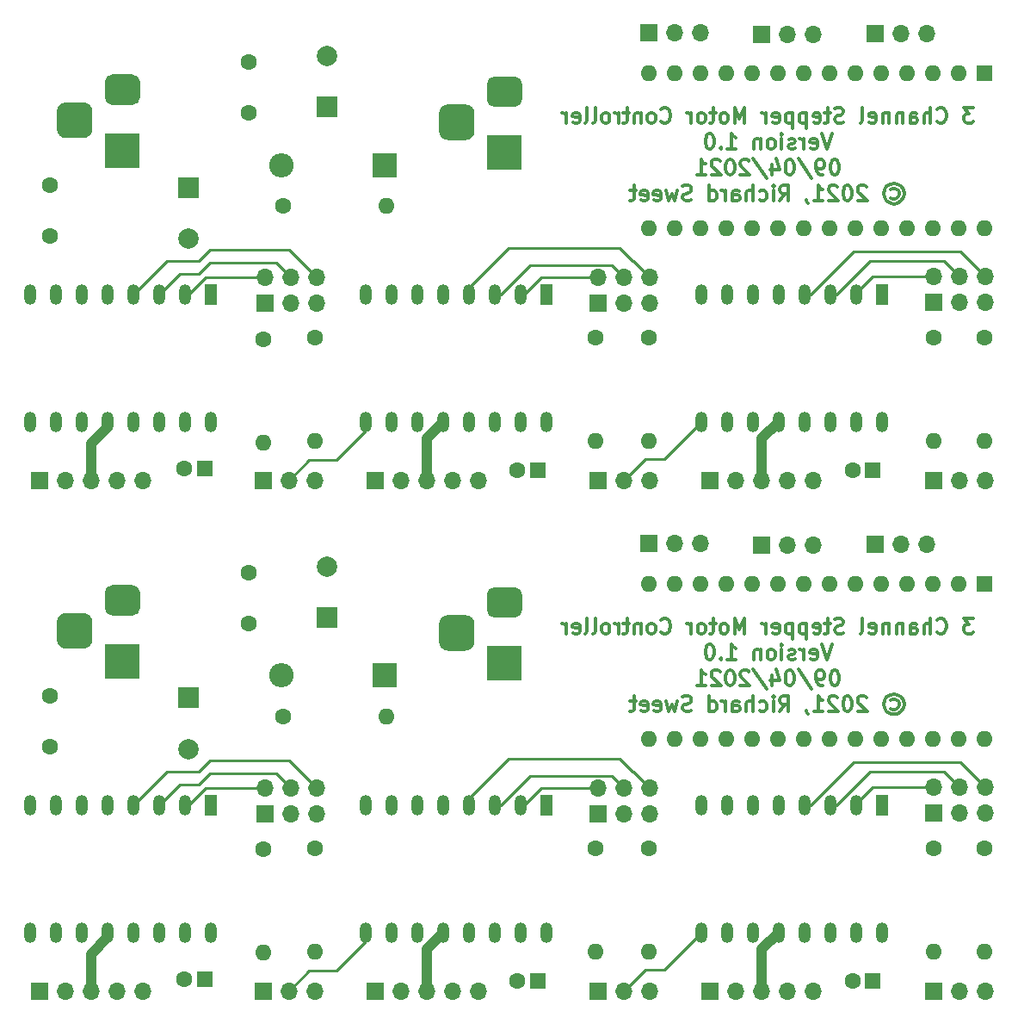
<source format=gbl>
G04 #@! TF.GenerationSoftware,KiCad,Pcbnew,(5.1.10)-1*
G04 #@! TF.CreationDate,2021-09-04T14:17:01-07:00*
G04 #@! TF.ProjectId,Motors,4d6f746f-7273-42e6-9b69-6361645f7063,rev?*
G04 #@! TF.SameCoordinates,Original*
G04 #@! TF.FileFunction,Copper,L4,Bot*
G04 #@! TF.FilePolarity,Positive*
%FSLAX46Y46*%
G04 Gerber Fmt 4.6, Leading zero omitted, Abs format (unit mm)*
G04 Created by KiCad (PCBNEW (5.1.10)-1) date 2021-09-04 14:17:01*
%MOMM*%
%LPD*%
G01*
G04 APERTURE LIST*
G04 #@! TA.AperFunction,NonConductor*
%ADD10C,0.300000*%
G04 #@! TD*
G04 #@! TA.AperFunction,ComponentPad*
%ADD11C,1.600000*%
G04 #@! TD*
G04 #@! TA.AperFunction,ComponentPad*
%ADD12O,1.600000X1.600000*%
G04 #@! TD*
G04 #@! TA.AperFunction,ComponentPad*
%ADD13O,1.200000X2.000000*%
G04 #@! TD*
G04 #@! TA.AperFunction,ComponentPad*
%ADD14R,1.200000X2.000000*%
G04 #@! TD*
G04 #@! TA.AperFunction,ComponentPad*
%ADD15R,1.700000X1.700000*%
G04 #@! TD*
G04 #@! TA.AperFunction,ComponentPad*
%ADD16O,1.700000X1.700000*%
G04 #@! TD*
G04 #@! TA.AperFunction,ComponentPad*
%ADD17R,2.000000X2.000000*%
G04 #@! TD*
G04 #@! TA.AperFunction,ComponentPad*
%ADD18C,2.000000*%
G04 #@! TD*
G04 #@! TA.AperFunction,ComponentPad*
%ADD19R,3.500000X3.500000*%
G04 #@! TD*
G04 #@! TA.AperFunction,ComponentPad*
%ADD20R,1.600000X1.600000*%
G04 #@! TD*
G04 #@! TA.AperFunction,ComponentPad*
%ADD21R,2.400000X2.400000*%
G04 #@! TD*
G04 #@! TA.AperFunction,ComponentPad*
%ADD22O,2.400000X2.400000*%
G04 #@! TD*
G04 #@! TA.AperFunction,Conductor*
%ADD23C,0.250000*%
G04 #@! TD*
G04 #@! TA.AperFunction,Conductor*
%ADD24C,1.000000*%
G04 #@! TD*
G04 APERTURE END LIST*
D10*
X230128285Y-72169571D02*
X229199714Y-72169571D01*
X229699714Y-72741000D01*
X229485428Y-72741000D01*
X229342571Y-72812428D01*
X229271142Y-72883857D01*
X229199714Y-73026714D01*
X229199714Y-73383857D01*
X229271142Y-73526714D01*
X229342571Y-73598142D01*
X229485428Y-73669571D01*
X229914000Y-73669571D01*
X230056857Y-73598142D01*
X230128285Y-73526714D01*
X226556857Y-73526714D02*
X226628285Y-73598142D01*
X226842571Y-73669571D01*
X226985428Y-73669571D01*
X227199714Y-73598142D01*
X227342571Y-73455285D01*
X227414000Y-73312428D01*
X227485428Y-73026714D01*
X227485428Y-72812428D01*
X227414000Y-72526714D01*
X227342571Y-72383857D01*
X227199714Y-72241000D01*
X226985428Y-72169571D01*
X226842571Y-72169571D01*
X226628285Y-72241000D01*
X226556857Y-72312428D01*
X225914000Y-73669571D02*
X225914000Y-72169571D01*
X225271142Y-73669571D02*
X225271142Y-72883857D01*
X225342571Y-72741000D01*
X225485428Y-72669571D01*
X225699714Y-72669571D01*
X225842571Y-72741000D01*
X225914000Y-72812428D01*
X223914000Y-73669571D02*
X223914000Y-72883857D01*
X223985428Y-72741000D01*
X224128285Y-72669571D01*
X224414000Y-72669571D01*
X224556857Y-72741000D01*
X223914000Y-73598142D02*
X224056857Y-73669571D01*
X224414000Y-73669571D01*
X224556857Y-73598142D01*
X224628285Y-73455285D01*
X224628285Y-73312428D01*
X224556857Y-73169571D01*
X224414000Y-73098142D01*
X224056857Y-73098142D01*
X223914000Y-73026714D01*
X223199714Y-72669571D02*
X223199714Y-73669571D01*
X223199714Y-72812428D02*
X223128285Y-72741000D01*
X222985428Y-72669571D01*
X222771142Y-72669571D01*
X222628285Y-72741000D01*
X222556857Y-72883857D01*
X222556857Y-73669571D01*
X221842571Y-72669571D02*
X221842571Y-73669571D01*
X221842571Y-72812428D02*
X221771142Y-72741000D01*
X221628285Y-72669571D01*
X221414000Y-72669571D01*
X221271142Y-72741000D01*
X221199714Y-72883857D01*
X221199714Y-73669571D01*
X219914000Y-73598142D02*
X220056857Y-73669571D01*
X220342571Y-73669571D01*
X220485428Y-73598142D01*
X220556857Y-73455285D01*
X220556857Y-72883857D01*
X220485428Y-72741000D01*
X220342571Y-72669571D01*
X220056857Y-72669571D01*
X219914000Y-72741000D01*
X219842571Y-72883857D01*
X219842571Y-73026714D01*
X220556857Y-73169571D01*
X218985428Y-73669571D02*
X219128285Y-73598142D01*
X219199714Y-73455285D01*
X219199714Y-72169571D01*
X217342571Y-73598142D02*
X217128285Y-73669571D01*
X216771142Y-73669571D01*
X216628285Y-73598142D01*
X216556857Y-73526714D01*
X216485428Y-73383857D01*
X216485428Y-73241000D01*
X216556857Y-73098142D01*
X216628285Y-73026714D01*
X216771142Y-72955285D01*
X217056857Y-72883857D01*
X217199714Y-72812428D01*
X217271142Y-72741000D01*
X217342571Y-72598142D01*
X217342571Y-72455285D01*
X217271142Y-72312428D01*
X217199714Y-72241000D01*
X217056857Y-72169571D01*
X216699714Y-72169571D01*
X216485428Y-72241000D01*
X216056857Y-72669571D02*
X215485428Y-72669571D01*
X215842571Y-72169571D02*
X215842571Y-73455285D01*
X215771142Y-73598142D01*
X215628285Y-73669571D01*
X215485428Y-73669571D01*
X214414000Y-73598142D02*
X214556857Y-73669571D01*
X214842571Y-73669571D01*
X214985428Y-73598142D01*
X215056857Y-73455285D01*
X215056857Y-72883857D01*
X214985428Y-72741000D01*
X214842571Y-72669571D01*
X214556857Y-72669571D01*
X214414000Y-72741000D01*
X214342571Y-72883857D01*
X214342571Y-73026714D01*
X215056857Y-73169571D01*
X213699714Y-72669571D02*
X213699714Y-74169571D01*
X213699714Y-72741000D02*
X213556857Y-72669571D01*
X213271142Y-72669571D01*
X213128285Y-72741000D01*
X213056857Y-72812428D01*
X212985428Y-72955285D01*
X212985428Y-73383857D01*
X213056857Y-73526714D01*
X213128285Y-73598142D01*
X213271142Y-73669571D01*
X213556857Y-73669571D01*
X213699714Y-73598142D01*
X212342571Y-72669571D02*
X212342571Y-74169571D01*
X212342571Y-72741000D02*
X212199714Y-72669571D01*
X211914000Y-72669571D01*
X211771142Y-72741000D01*
X211699714Y-72812428D01*
X211628285Y-72955285D01*
X211628285Y-73383857D01*
X211699714Y-73526714D01*
X211771142Y-73598142D01*
X211914000Y-73669571D01*
X212199714Y-73669571D01*
X212342571Y-73598142D01*
X210414000Y-73598142D02*
X210556857Y-73669571D01*
X210842571Y-73669571D01*
X210985428Y-73598142D01*
X211056857Y-73455285D01*
X211056857Y-72883857D01*
X210985428Y-72741000D01*
X210842571Y-72669571D01*
X210556857Y-72669571D01*
X210414000Y-72741000D01*
X210342571Y-72883857D01*
X210342571Y-73026714D01*
X211056857Y-73169571D01*
X209699714Y-73669571D02*
X209699714Y-72669571D01*
X209699714Y-72955285D02*
X209628285Y-72812428D01*
X209556857Y-72741000D01*
X209414000Y-72669571D01*
X209271142Y-72669571D01*
X207628285Y-73669571D02*
X207628285Y-72169571D01*
X207128285Y-73241000D01*
X206628285Y-72169571D01*
X206628285Y-73669571D01*
X205699714Y-73669571D02*
X205842571Y-73598142D01*
X205914000Y-73526714D01*
X205985428Y-73383857D01*
X205985428Y-72955285D01*
X205914000Y-72812428D01*
X205842571Y-72741000D01*
X205699714Y-72669571D01*
X205485428Y-72669571D01*
X205342571Y-72741000D01*
X205271142Y-72812428D01*
X205199714Y-72955285D01*
X205199714Y-73383857D01*
X205271142Y-73526714D01*
X205342571Y-73598142D01*
X205485428Y-73669571D01*
X205699714Y-73669571D01*
X204771142Y-72669571D02*
X204199714Y-72669571D01*
X204556857Y-72169571D02*
X204556857Y-73455285D01*
X204485428Y-73598142D01*
X204342571Y-73669571D01*
X204199714Y-73669571D01*
X203485428Y-73669571D02*
X203628285Y-73598142D01*
X203699714Y-73526714D01*
X203771142Y-73383857D01*
X203771142Y-72955285D01*
X203699714Y-72812428D01*
X203628285Y-72741000D01*
X203485428Y-72669571D01*
X203271142Y-72669571D01*
X203128285Y-72741000D01*
X203056857Y-72812428D01*
X202985428Y-72955285D01*
X202985428Y-73383857D01*
X203056857Y-73526714D01*
X203128285Y-73598142D01*
X203271142Y-73669571D01*
X203485428Y-73669571D01*
X202342571Y-73669571D02*
X202342571Y-72669571D01*
X202342571Y-72955285D02*
X202271142Y-72812428D01*
X202199714Y-72741000D01*
X202056857Y-72669571D01*
X201914000Y-72669571D01*
X199414000Y-73526714D02*
X199485428Y-73598142D01*
X199699714Y-73669571D01*
X199842571Y-73669571D01*
X200056857Y-73598142D01*
X200199714Y-73455285D01*
X200271142Y-73312428D01*
X200342571Y-73026714D01*
X200342571Y-72812428D01*
X200271142Y-72526714D01*
X200199714Y-72383857D01*
X200056857Y-72241000D01*
X199842571Y-72169571D01*
X199699714Y-72169571D01*
X199485428Y-72241000D01*
X199414000Y-72312428D01*
X198556857Y-73669571D02*
X198699714Y-73598142D01*
X198771142Y-73526714D01*
X198842571Y-73383857D01*
X198842571Y-72955285D01*
X198771142Y-72812428D01*
X198699714Y-72741000D01*
X198556857Y-72669571D01*
X198342571Y-72669571D01*
X198199714Y-72741000D01*
X198128285Y-72812428D01*
X198056857Y-72955285D01*
X198056857Y-73383857D01*
X198128285Y-73526714D01*
X198199714Y-73598142D01*
X198342571Y-73669571D01*
X198556857Y-73669571D01*
X197414000Y-72669571D02*
X197414000Y-73669571D01*
X197414000Y-72812428D02*
X197342571Y-72741000D01*
X197199714Y-72669571D01*
X196985428Y-72669571D01*
X196842571Y-72741000D01*
X196771142Y-72883857D01*
X196771142Y-73669571D01*
X196271142Y-72669571D02*
X195699714Y-72669571D01*
X196056857Y-72169571D02*
X196056857Y-73455285D01*
X195985428Y-73598142D01*
X195842571Y-73669571D01*
X195699714Y-73669571D01*
X195199714Y-73669571D02*
X195199714Y-72669571D01*
X195199714Y-72955285D02*
X195128285Y-72812428D01*
X195056857Y-72741000D01*
X194914000Y-72669571D01*
X194771142Y-72669571D01*
X194056857Y-73669571D02*
X194199714Y-73598142D01*
X194271142Y-73526714D01*
X194342571Y-73383857D01*
X194342571Y-72955285D01*
X194271142Y-72812428D01*
X194199714Y-72741000D01*
X194056857Y-72669571D01*
X193842571Y-72669571D01*
X193699714Y-72741000D01*
X193628285Y-72812428D01*
X193556857Y-72955285D01*
X193556857Y-73383857D01*
X193628285Y-73526714D01*
X193699714Y-73598142D01*
X193842571Y-73669571D01*
X194056857Y-73669571D01*
X192699714Y-73669571D02*
X192842571Y-73598142D01*
X192914000Y-73455285D01*
X192914000Y-72169571D01*
X191914000Y-73669571D02*
X192056857Y-73598142D01*
X192128285Y-73455285D01*
X192128285Y-72169571D01*
X190771142Y-73598142D02*
X190914000Y-73669571D01*
X191199714Y-73669571D01*
X191342571Y-73598142D01*
X191414000Y-73455285D01*
X191414000Y-72883857D01*
X191342571Y-72741000D01*
X191199714Y-72669571D01*
X190914000Y-72669571D01*
X190771142Y-72741000D01*
X190699714Y-72883857D01*
X190699714Y-73026714D01*
X191414000Y-73169571D01*
X190056857Y-73669571D02*
X190056857Y-72669571D01*
X190056857Y-72955285D02*
X189985428Y-72812428D01*
X189914000Y-72741000D01*
X189771142Y-72669571D01*
X189628285Y-72669571D01*
X216199714Y-74719571D02*
X215699714Y-76219571D01*
X215199714Y-74719571D01*
X214128285Y-76148142D02*
X214271142Y-76219571D01*
X214556857Y-76219571D01*
X214699714Y-76148142D01*
X214771142Y-76005285D01*
X214771142Y-75433857D01*
X214699714Y-75291000D01*
X214556857Y-75219571D01*
X214271142Y-75219571D01*
X214128285Y-75291000D01*
X214056857Y-75433857D01*
X214056857Y-75576714D01*
X214771142Y-75719571D01*
X213414000Y-76219571D02*
X213414000Y-75219571D01*
X213414000Y-75505285D02*
X213342571Y-75362428D01*
X213271142Y-75291000D01*
X213128285Y-75219571D01*
X212985428Y-75219571D01*
X212556857Y-76148142D02*
X212414000Y-76219571D01*
X212128285Y-76219571D01*
X211985428Y-76148142D01*
X211914000Y-76005285D01*
X211914000Y-75933857D01*
X211985428Y-75791000D01*
X212128285Y-75719571D01*
X212342571Y-75719571D01*
X212485428Y-75648142D01*
X212556857Y-75505285D01*
X212556857Y-75433857D01*
X212485428Y-75291000D01*
X212342571Y-75219571D01*
X212128285Y-75219571D01*
X211985428Y-75291000D01*
X211271142Y-76219571D02*
X211271142Y-75219571D01*
X211271142Y-74719571D02*
X211342571Y-74791000D01*
X211271142Y-74862428D01*
X211199714Y-74791000D01*
X211271142Y-74719571D01*
X211271142Y-74862428D01*
X210342571Y-76219571D02*
X210485428Y-76148142D01*
X210556857Y-76076714D01*
X210628285Y-75933857D01*
X210628285Y-75505285D01*
X210556857Y-75362428D01*
X210485428Y-75291000D01*
X210342571Y-75219571D01*
X210128285Y-75219571D01*
X209985428Y-75291000D01*
X209914000Y-75362428D01*
X209842571Y-75505285D01*
X209842571Y-75933857D01*
X209914000Y-76076714D01*
X209985428Y-76148142D01*
X210128285Y-76219571D01*
X210342571Y-76219571D01*
X209199714Y-75219571D02*
X209199714Y-76219571D01*
X209199714Y-75362428D02*
X209128285Y-75291000D01*
X208985428Y-75219571D01*
X208771142Y-75219571D01*
X208628285Y-75291000D01*
X208556857Y-75433857D01*
X208556857Y-76219571D01*
X205914000Y-76219571D02*
X206771142Y-76219571D01*
X206342571Y-76219571D02*
X206342571Y-74719571D01*
X206485428Y-74933857D01*
X206628285Y-75076714D01*
X206771142Y-75148142D01*
X205271142Y-76076714D02*
X205199714Y-76148142D01*
X205271142Y-76219571D01*
X205342571Y-76148142D01*
X205271142Y-76076714D01*
X205271142Y-76219571D01*
X204271142Y-74719571D02*
X204128285Y-74719571D01*
X203985428Y-74791000D01*
X203914000Y-74862428D01*
X203842571Y-75005285D01*
X203771142Y-75291000D01*
X203771142Y-75648142D01*
X203842571Y-75933857D01*
X203914000Y-76076714D01*
X203985428Y-76148142D01*
X204128285Y-76219571D01*
X204271142Y-76219571D01*
X204414000Y-76148142D01*
X204485428Y-76076714D01*
X204556857Y-75933857D01*
X204628285Y-75648142D01*
X204628285Y-75291000D01*
X204556857Y-75005285D01*
X204485428Y-74862428D01*
X204414000Y-74791000D01*
X204271142Y-74719571D01*
X216556857Y-77269571D02*
X216414000Y-77269571D01*
X216271142Y-77341000D01*
X216199714Y-77412428D01*
X216128285Y-77555285D01*
X216056857Y-77841000D01*
X216056857Y-78198142D01*
X216128285Y-78483857D01*
X216199714Y-78626714D01*
X216271142Y-78698142D01*
X216414000Y-78769571D01*
X216556857Y-78769571D01*
X216699714Y-78698142D01*
X216771142Y-78626714D01*
X216842571Y-78483857D01*
X216914000Y-78198142D01*
X216914000Y-77841000D01*
X216842571Y-77555285D01*
X216771142Y-77412428D01*
X216699714Y-77341000D01*
X216556857Y-77269571D01*
X215342571Y-78769571D02*
X215056857Y-78769571D01*
X214914000Y-78698142D01*
X214842571Y-78626714D01*
X214699714Y-78412428D01*
X214628285Y-78126714D01*
X214628285Y-77555285D01*
X214699714Y-77412428D01*
X214771142Y-77341000D01*
X214914000Y-77269571D01*
X215199714Y-77269571D01*
X215342571Y-77341000D01*
X215414000Y-77412428D01*
X215485428Y-77555285D01*
X215485428Y-77912428D01*
X215414000Y-78055285D01*
X215342571Y-78126714D01*
X215199714Y-78198142D01*
X214914000Y-78198142D01*
X214771142Y-78126714D01*
X214699714Y-78055285D01*
X214628285Y-77912428D01*
X212914000Y-77198142D02*
X214199714Y-79126714D01*
X212128285Y-77269571D02*
X211985428Y-77269571D01*
X211842571Y-77341000D01*
X211771142Y-77412428D01*
X211699714Y-77555285D01*
X211628285Y-77841000D01*
X211628285Y-78198142D01*
X211699714Y-78483857D01*
X211771142Y-78626714D01*
X211842571Y-78698142D01*
X211985428Y-78769571D01*
X212128285Y-78769571D01*
X212271142Y-78698142D01*
X212342571Y-78626714D01*
X212414000Y-78483857D01*
X212485428Y-78198142D01*
X212485428Y-77841000D01*
X212414000Y-77555285D01*
X212342571Y-77412428D01*
X212271142Y-77341000D01*
X212128285Y-77269571D01*
X210342571Y-77769571D02*
X210342571Y-78769571D01*
X210699714Y-77198142D02*
X211056857Y-78269571D01*
X210128285Y-78269571D01*
X208485428Y-77198142D02*
X209771142Y-79126714D01*
X208056857Y-77412428D02*
X207985428Y-77341000D01*
X207842571Y-77269571D01*
X207485428Y-77269571D01*
X207342571Y-77341000D01*
X207271142Y-77412428D01*
X207199714Y-77555285D01*
X207199714Y-77698142D01*
X207271142Y-77912428D01*
X208128285Y-78769571D01*
X207199714Y-78769571D01*
X206271142Y-77269571D02*
X206128285Y-77269571D01*
X205985428Y-77341000D01*
X205914000Y-77412428D01*
X205842571Y-77555285D01*
X205771142Y-77841000D01*
X205771142Y-78198142D01*
X205842571Y-78483857D01*
X205914000Y-78626714D01*
X205985428Y-78698142D01*
X206128285Y-78769571D01*
X206271142Y-78769571D01*
X206414000Y-78698142D01*
X206485428Y-78626714D01*
X206556857Y-78483857D01*
X206628285Y-78198142D01*
X206628285Y-77841000D01*
X206556857Y-77555285D01*
X206485428Y-77412428D01*
X206414000Y-77341000D01*
X206271142Y-77269571D01*
X205199714Y-77412428D02*
X205128285Y-77341000D01*
X204985428Y-77269571D01*
X204628285Y-77269571D01*
X204485428Y-77341000D01*
X204414000Y-77412428D01*
X204342571Y-77555285D01*
X204342571Y-77698142D01*
X204414000Y-77912428D01*
X205271142Y-78769571D01*
X204342571Y-78769571D01*
X202914000Y-78769571D02*
X203771142Y-78769571D01*
X203342571Y-78769571D02*
X203342571Y-77269571D01*
X203485428Y-77483857D01*
X203628285Y-77626714D01*
X203771142Y-77698142D01*
X222021142Y-80176714D02*
X222164000Y-80105285D01*
X222449714Y-80105285D01*
X222592571Y-80176714D01*
X222735428Y-80319571D01*
X222806857Y-80462428D01*
X222806857Y-80748142D01*
X222735428Y-80891000D01*
X222592571Y-81033857D01*
X222449714Y-81105285D01*
X222164000Y-81105285D01*
X222021142Y-81033857D01*
X222306857Y-79605285D02*
X222664000Y-79676714D01*
X223021142Y-79891000D01*
X223235428Y-80248142D01*
X223306857Y-80605285D01*
X223235428Y-80962428D01*
X223021142Y-81319571D01*
X222664000Y-81533857D01*
X222306857Y-81605285D01*
X221949714Y-81533857D01*
X221592571Y-81319571D01*
X221378285Y-80962428D01*
X221306857Y-80605285D01*
X221378285Y-80248142D01*
X221592571Y-79891000D01*
X221949714Y-79676714D01*
X222306857Y-79605285D01*
X219592571Y-79962428D02*
X219521142Y-79891000D01*
X219378285Y-79819571D01*
X219021142Y-79819571D01*
X218878285Y-79891000D01*
X218806857Y-79962428D01*
X218735428Y-80105285D01*
X218735428Y-80248142D01*
X218806857Y-80462428D01*
X219664000Y-81319571D01*
X218735428Y-81319571D01*
X217806857Y-79819571D02*
X217664000Y-79819571D01*
X217521142Y-79891000D01*
X217449714Y-79962428D01*
X217378285Y-80105285D01*
X217306857Y-80391000D01*
X217306857Y-80748142D01*
X217378285Y-81033857D01*
X217449714Y-81176714D01*
X217521142Y-81248142D01*
X217664000Y-81319571D01*
X217806857Y-81319571D01*
X217949714Y-81248142D01*
X218021142Y-81176714D01*
X218092571Y-81033857D01*
X218164000Y-80748142D01*
X218164000Y-80391000D01*
X218092571Y-80105285D01*
X218021142Y-79962428D01*
X217949714Y-79891000D01*
X217806857Y-79819571D01*
X216735428Y-79962428D02*
X216664000Y-79891000D01*
X216521142Y-79819571D01*
X216164000Y-79819571D01*
X216021142Y-79891000D01*
X215949714Y-79962428D01*
X215878285Y-80105285D01*
X215878285Y-80248142D01*
X215949714Y-80462428D01*
X216806857Y-81319571D01*
X215878285Y-81319571D01*
X214449714Y-81319571D02*
X215306857Y-81319571D01*
X214878285Y-81319571D02*
X214878285Y-79819571D01*
X215021142Y-80033857D01*
X215164000Y-80176714D01*
X215306857Y-80248142D01*
X213735428Y-81248142D02*
X213735428Y-81319571D01*
X213806857Y-81462428D01*
X213878285Y-81533857D01*
X211092571Y-81319571D02*
X211592571Y-80605285D01*
X211949714Y-81319571D02*
X211949714Y-79819571D01*
X211378285Y-79819571D01*
X211235428Y-79891000D01*
X211164000Y-79962428D01*
X211092571Y-80105285D01*
X211092571Y-80319571D01*
X211164000Y-80462428D01*
X211235428Y-80533857D01*
X211378285Y-80605285D01*
X211949714Y-80605285D01*
X210449714Y-81319571D02*
X210449714Y-80319571D01*
X210449714Y-79819571D02*
X210521142Y-79891000D01*
X210449714Y-79962428D01*
X210378285Y-79891000D01*
X210449714Y-79819571D01*
X210449714Y-79962428D01*
X209092571Y-81248142D02*
X209235428Y-81319571D01*
X209521142Y-81319571D01*
X209664000Y-81248142D01*
X209735428Y-81176714D01*
X209806857Y-81033857D01*
X209806857Y-80605285D01*
X209735428Y-80462428D01*
X209664000Y-80391000D01*
X209521142Y-80319571D01*
X209235428Y-80319571D01*
X209092571Y-80391000D01*
X208449714Y-81319571D02*
X208449714Y-79819571D01*
X207806857Y-81319571D02*
X207806857Y-80533857D01*
X207878285Y-80391000D01*
X208021142Y-80319571D01*
X208235428Y-80319571D01*
X208378285Y-80391000D01*
X208449714Y-80462428D01*
X206449714Y-81319571D02*
X206449714Y-80533857D01*
X206521142Y-80391000D01*
X206664000Y-80319571D01*
X206949714Y-80319571D01*
X207092571Y-80391000D01*
X206449714Y-81248142D02*
X206592571Y-81319571D01*
X206949714Y-81319571D01*
X207092571Y-81248142D01*
X207164000Y-81105285D01*
X207164000Y-80962428D01*
X207092571Y-80819571D01*
X206949714Y-80748142D01*
X206592571Y-80748142D01*
X206449714Y-80676714D01*
X205735428Y-81319571D02*
X205735428Y-80319571D01*
X205735428Y-80605285D02*
X205664000Y-80462428D01*
X205592571Y-80391000D01*
X205449714Y-80319571D01*
X205306857Y-80319571D01*
X204164000Y-81319571D02*
X204164000Y-79819571D01*
X204164000Y-81248142D02*
X204306857Y-81319571D01*
X204592571Y-81319571D01*
X204735428Y-81248142D01*
X204806857Y-81176714D01*
X204878285Y-81033857D01*
X204878285Y-80605285D01*
X204806857Y-80462428D01*
X204735428Y-80391000D01*
X204592571Y-80319571D01*
X204306857Y-80319571D01*
X204164000Y-80391000D01*
X202378285Y-81248142D02*
X202164000Y-81319571D01*
X201806857Y-81319571D01*
X201664000Y-81248142D01*
X201592571Y-81176714D01*
X201521142Y-81033857D01*
X201521142Y-80891000D01*
X201592571Y-80748142D01*
X201664000Y-80676714D01*
X201806857Y-80605285D01*
X202092571Y-80533857D01*
X202235428Y-80462428D01*
X202306857Y-80391000D01*
X202378285Y-80248142D01*
X202378285Y-80105285D01*
X202306857Y-79962428D01*
X202235428Y-79891000D01*
X202092571Y-79819571D01*
X201735428Y-79819571D01*
X201521142Y-79891000D01*
X201021142Y-80319571D02*
X200735428Y-81319571D01*
X200449714Y-80605285D01*
X200164000Y-81319571D01*
X199878285Y-80319571D01*
X198735428Y-81248142D02*
X198878285Y-81319571D01*
X199164000Y-81319571D01*
X199306857Y-81248142D01*
X199378285Y-81105285D01*
X199378285Y-80533857D01*
X199306857Y-80391000D01*
X199164000Y-80319571D01*
X198878285Y-80319571D01*
X198735428Y-80391000D01*
X198664000Y-80533857D01*
X198664000Y-80676714D01*
X199378285Y-80819571D01*
X197449714Y-81248142D02*
X197592571Y-81319571D01*
X197878285Y-81319571D01*
X198021142Y-81248142D01*
X198092571Y-81105285D01*
X198092571Y-80533857D01*
X198021142Y-80391000D01*
X197878285Y-80319571D01*
X197592571Y-80319571D01*
X197449714Y-80391000D01*
X197378285Y-80533857D01*
X197378285Y-80676714D01*
X198092571Y-80819571D01*
X196949714Y-80319571D02*
X196378285Y-80319571D01*
X196735428Y-79819571D02*
X196735428Y-81105285D01*
X196664000Y-81248142D01*
X196521142Y-81319571D01*
X196378285Y-81319571D01*
X230128285Y-122369571D02*
X229199714Y-122369571D01*
X229699714Y-122941000D01*
X229485428Y-122941000D01*
X229342571Y-123012428D01*
X229271142Y-123083857D01*
X229199714Y-123226714D01*
X229199714Y-123583857D01*
X229271142Y-123726714D01*
X229342571Y-123798142D01*
X229485428Y-123869571D01*
X229914000Y-123869571D01*
X230056857Y-123798142D01*
X230128285Y-123726714D01*
X226556857Y-123726714D02*
X226628285Y-123798142D01*
X226842571Y-123869571D01*
X226985428Y-123869571D01*
X227199714Y-123798142D01*
X227342571Y-123655285D01*
X227414000Y-123512428D01*
X227485428Y-123226714D01*
X227485428Y-123012428D01*
X227414000Y-122726714D01*
X227342571Y-122583857D01*
X227199714Y-122441000D01*
X226985428Y-122369571D01*
X226842571Y-122369571D01*
X226628285Y-122441000D01*
X226556857Y-122512428D01*
X225914000Y-123869571D02*
X225914000Y-122369571D01*
X225271142Y-123869571D02*
X225271142Y-123083857D01*
X225342571Y-122941000D01*
X225485428Y-122869571D01*
X225699714Y-122869571D01*
X225842571Y-122941000D01*
X225914000Y-123012428D01*
X223914000Y-123869571D02*
X223914000Y-123083857D01*
X223985428Y-122941000D01*
X224128285Y-122869571D01*
X224414000Y-122869571D01*
X224556857Y-122941000D01*
X223914000Y-123798142D02*
X224056857Y-123869571D01*
X224414000Y-123869571D01*
X224556857Y-123798142D01*
X224628285Y-123655285D01*
X224628285Y-123512428D01*
X224556857Y-123369571D01*
X224414000Y-123298142D01*
X224056857Y-123298142D01*
X223914000Y-123226714D01*
X223199714Y-122869571D02*
X223199714Y-123869571D01*
X223199714Y-123012428D02*
X223128285Y-122941000D01*
X222985428Y-122869571D01*
X222771142Y-122869571D01*
X222628285Y-122941000D01*
X222556857Y-123083857D01*
X222556857Y-123869571D01*
X221842571Y-122869571D02*
X221842571Y-123869571D01*
X221842571Y-123012428D02*
X221771142Y-122941000D01*
X221628285Y-122869571D01*
X221414000Y-122869571D01*
X221271142Y-122941000D01*
X221199714Y-123083857D01*
X221199714Y-123869571D01*
X219914000Y-123798142D02*
X220056857Y-123869571D01*
X220342571Y-123869571D01*
X220485428Y-123798142D01*
X220556857Y-123655285D01*
X220556857Y-123083857D01*
X220485428Y-122941000D01*
X220342571Y-122869571D01*
X220056857Y-122869571D01*
X219914000Y-122941000D01*
X219842571Y-123083857D01*
X219842571Y-123226714D01*
X220556857Y-123369571D01*
X218985428Y-123869571D02*
X219128285Y-123798142D01*
X219199714Y-123655285D01*
X219199714Y-122369571D01*
X217342571Y-123798142D02*
X217128285Y-123869571D01*
X216771142Y-123869571D01*
X216628285Y-123798142D01*
X216556857Y-123726714D01*
X216485428Y-123583857D01*
X216485428Y-123441000D01*
X216556857Y-123298142D01*
X216628285Y-123226714D01*
X216771142Y-123155285D01*
X217056857Y-123083857D01*
X217199714Y-123012428D01*
X217271142Y-122941000D01*
X217342571Y-122798142D01*
X217342571Y-122655285D01*
X217271142Y-122512428D01*
X217199714Y-122441000D01*
X217056857Y-122369571D01*
X216699714Y-122369571D01*
X216485428Y-122441000D01*
X216056857Y-122869571D02*
X215485428Y-122869571D01*
X215842571Y-122369571D02*
X215842571Y-123655285D01*
X215771142Y-123798142D01*
X215628285Y-123869571D01*
X215485428Y-123869571D01*
X214414000Y-123798142D02*
X214556857Y-123869571D01*
X214842571Y-123869571D01*
X214985428Y-123798142D01*
X215056857Y-123655285D01*
X215056857Y-123083857D01*
X214985428Y-122941000D01*
X214842571Y-122869571D01*
X214556857Y-122869571D01*
X214414000Y-122941000D01*
X214342571Y-123083857D01*
X214342571Y-123226714D01*
X215056857Y-123369571D01*
X213699714Y-122869571D02*
X213699714Y-124369571D01*
X213699714Y-122941000D02*
X213556857Y-122869571D01*
X213271142Y-122869571D01*
X213128285Y-122941000D01*
X213056857Y-123012428D01*
X212985428Y-123155285D01*
X212985428Y-123583857D01*
X213056857Y-123726714D01*
X213128285Y-123798142D01*
X213271142Y-123869571D01*
X213556857Y-123869571D01*
X213699714Y-123798142D01*
X212342571Y-122869571D02*
X212342571Y-124369571D01*
X212342571Y-122941000D02*
X212199714Y-122869571D01*
X211914000Y-122869571D01*
X211771142Y-122941000D01*
X211699714Y-123012428D01*
X211628285Y-123155285D01*
X211628285Y-123583857D01*
X211699714Y-123726714D01*
X211771142Y-123798142D01*
X211914000Y-123869571D01*
X212199714Y-123869571D01*
X212342571Y-123798142D01*
X210414000Y-123798142D02*
X210556857Y-123869571D01*
X210842571Y-123869571D01*
X210985428Y-123798142D01*
X211056857Y-123655285D01*
X211056857Y-123083857D01*
X210985428Y-122941000D01*
X210842571Y-122869571D01*
X210556857Y-122869571D01*
X210414000Y-122941000D01*
X210342571Y-123083857D01*
X210342571Y-123226714D01*
X211056857Y-123369571D01*
X209699714Y-123869571D02*
X209699714Y-122869571D01*
X209699714Y-123155285D02*
X209628285Y-123012428D01*
X209556857Y-122941000D01*
X209414000Y-122869571D01*
X209271142Y-122869571D01*
X207628285Y-123869571D02*
X207628285Y-122369571D01*
X207128285Y-123441000D01*
X206628285Y-122369571D01*
X206628285Y-123869571D01*
X205699714Y-123869571D02*
X205842571Y-123798142D01*
X205914000Y-123726714D01*
X205985428Y-123583857D01*
X205985428Y-123155285D01*
X205914000Y-123012428D01*
X205842571Y-122941000D01*
X205699714Y-122869571D01*
X205485428Y-122869571D01*
X205342571Y-122941000D01*
X205271142Y-123012428D01*
X205199714Y-123155285D01*
X205199714Y-123583857D01*
X205271142Y-123726714D01*
X205342571Y-123798142D01*
X205485428Y-123869571D01*
X205699714Y-123869571D01*
X204771142Y-122869571D02*
X204199714Y-122869571D01*
X204556857Y-122369571D02*
X204556857Y-123655285D01*
X204485428Y-123798142D01*
X204342571Y-123869571D01*
X204199714Y-123869571D01*
X203485428Y-123869571D02*
X203628285Y-123798142D01*
X203699714Y-123726714D01*
X203771142Y-123583857D01*
X203771142Y-123155285D01*
X203699714Y-123012428D01*
X203628285Y-122941000D01*
X203485428Y-122869571D01*
X203271142Y-122869571D01*
X203128285Y-122941000D01*
X203056857Y-123012428D01*
X202985428Y-123155285D01*
X202985428Y-123583857D01*
X203056857Y-123726714D01*
X203128285Y-123798142D01*
X203271142Y-123869571D01*
X203485428Y-123869571D01*
X202342571Y-123869571D02*
X202342571Y-122869571D01*
X202342571Y-123155285D02*
X202271142Y-123012428D01*
X202199714Y-122941000D01*
X202056857Y-122869571D01*
X201914000Y-122869571D01*
X199414000Y-123726714D02*
X199485428Y-123798142D01*
X199699714Y-123869571D01*
X199842571Y-123869571D01*
X200056857Y-123798142D01*
X200199714Y-123655285D01*
X200271142Y-123512428D01*
X200342571Y-123226714D01*
X200342571Y-123012428D01*
X200271142Y-122726714D01*
X200199714Y-122583857D01*
X200056857Y-122441000D01*
X199842571Y-122369571D01*
X199699714Y-122369571D01*
X199485428Y-122441000D01*
X199414000Y-122512428D01*
X198556857Y-123869571D02*
X198699714Y-123798142D01*
X198771142Y-123726714D01*
X198842571Y-123583857D01*
X198842571Y-123155285D01*
X198771142Y-123012428D01*
X198699714Y-122941000D01*
X198556857Y-122869571D01*
X198342571Y-122869571D01*
X198199714Y-122941000D01*
X198128285Y-123012428D01*
X198056857Y-123155285D01*
X198056857Y-123583857D01*
X198128285Y-123726714D01*
X198199714Y-123798142D01*
X198342571Y-123869571D01*
X198556857Y-123869571D01*
X197414000Y-122869571D02*
X197414000Y-123869571D01*
X197414000Y-123012428D02*
X197342571Y-122941000D01*
X197199714Y-122869571D01*
X196985428Y-122869571D01*
X196842571Y-122941000D01*
X196771142Y-123083857D01*
X196771142Y-123869571D01*
X196271142Y-122869571D02*
X195699714Y-122869571D01*
X196056857Y-122369571D02*
X196056857Y-123655285D01*
X195985428Y-123798142D01*
X195842571Y-123869571D01*
X195699714Y-123869571D01*
X195199714Y-123869571D02*
X195199714Y-122869571D01*
X195199714Y-123155285D02*
X195128285Y-123012428D01*
X195056857Y-122941000D01*
X194914000Y-122869571D01*
X194771142Y-122869571D01*
X194056857Y-123869571D02*
X194199714Y-123798142D01*
X194271142Y-123726714D01*
X194342571Y-123583857D01*
X194342571Y-123155285D01*
X194271142Y-123012428D01*
X194199714Y-122941000D01*
X194056857Y-122869571D01*
X193842571Y-122869571D01*
X193699714Y-122941000D01*
X193628285Y-123012428D01*
X193556857Y-123155285D01*
X193556857Y-123583857D01*
X193628285Y-123726714D01*
X193699714Y-123798142D01*
X193842571Y-123869571D01*
X194056857Y-123869571D01*
X192699714Y-123869571D02*
X192842571Y-123798142D01*
X192914000Y-123655285D01*
X192914000Y-122369571D01*
X191914000Y-123869571D02*
X192056857Y-123798142D01*
X192128285Y-123655285D01*
X192128285Y-122369571D01*
X190771142Y-123798142D02*
X190914000Y-123869571D01*
X191199714Y-123869571D01*
X191342571Y-123798142D01*
X191414000Y-123655285D01*
X191414000Y-123083857D01*
X191342571Y-122941000D01*
X191199714Y-122869571D01*
X190914000Y-122869571D01*
X190771142Y-122941000D01*
X190699714Y-123083857D01*
X190699714Y-123226714D01*
X191414000Y-123369571D01*
X190056857Y-123869571D02*
X190056857Y-122869571D01*
X190056857Y-123155285D02*
X189985428Y-123012428D01*
X189914000Y-122941000D01*
X189771142Y-122869571D01*
X189628285Y-122869571D01*
X216199714Y-124919571D02*
X215699714Y-126419571D01*
X215199714Y-124919571D01*
X214128285Y-126348142D02*
X214271142Y-126419571D01*
X214556857Y-126419571D01*
X214699714Y-126348142D01*
X214771142Y-126205285D01*
X214771142Y-125633857D01*
X214699714Y-125491000D01*
X214556857Y-125419571D01*
X214271142Y-125419571D01*
X214128285Y-125491000D01*
X214056857Y-125633857D01*
X214056857Y-125776714D01*
X214771142Y-125919571D01*
X213414000Y-126419571D02*
X213414000Y-125419571D01*
X213414000Y-125705285D02*
X213342571Y-125562428D01*
X213271142Y-125491000D01*
X213128285Y-125419571D01*
X212985428Y-125419571D01*
X212556857Y-126348142D02*
X212414000Y-126419571D01*
X212128285Y-126419571D01*
X211985428Y-126348142D01*
X211914000Y-126205285D01*
X211914000Y-126133857D01*
X211985428Y-125991000D01*
X212128285Y-125919571D01*
X212342571Y-125919571D01*
X212485428Y-125848142D01*
X212556857Y-125705285D01*
X212556857Y-125633857D01*
X212485428Y-125491000D01*
X212342571Y-125419571D01*
X212128285Y-125419571D01*
X211985428Y-125491000D01*
X211271142Y-126419571D02*
X211271142Y-125419571D01*
X211271142Y-124919571D02*
X211342571Y-124991000D01*
X211271142Y-125062428D01*
X211199714Y-124991000D01*
X211271142Y-124919571D01*
X211271142Y-125062428D01*
X210342571Y-126419571D02*
X210485428Y-126348142D01*
X210556857Y-126276714D01*
X210628285Y-126133857D01*
X210628285Y-125705285D01*
X210556857Y-125562428D01*
X210485428Y-125491000D01*
X210342571Y-125419571D01*
X210128285Y-125419571D01*
X209985428Y-125491000D01*
X209914000Y-125562428D01*
X209842571Y-125705285D01*
X209842571Y-126133857D01*
X209914000Y-126276714D01*
X209985428Y-126348142D01*
X210128285Y-126419571D01*
X210342571Y-126419571D01*
X209199714Y-125419571D02*
X209199714Y-126419571D01*
X209199714Y-125562428D02*
X209128285Y-125491000D01*
X208985428Y-125419571D01*
X208771142Y-125419571D01*
X208628285Y-125491000D01*
X208556857Y-125633857D01*
X208556857Y-126419571D01*
X205914000Y-126419571D02*
X206771142Y-126419571D01*
X206342571Y-126419571D02*
X206342571Y-124919571D01*
X206485428Y-125133857D01*
X206628285Y-125276714D01*
X206771142Y-125348142D01*
X205271142Y-126276714D02*
X205199714Y-126348142D01*
X205271142Y-126419571D01*
X205342571Y-126348142D01*
X205271142Y-126276714D01*
X205271142Y-126419571D01*
X204271142Y-124919571D02*
X204128285Y-124919571D01*
X203985428Y-124991000D01*
X203914000Y-125062428D01*
X203842571Y-125205285D01*
X203771142Y-125491000D01*
X203771142Y-125848142D01*
X203842571Y-126133857D01*
X203914000Y-126276714D01*
X203985428Y-126348142D01*
X204128285Y-126419571D01*
X204271142Y-126419571D01*
X204414000Y-126348142D01*
X204485428Y-126276714D01*
X204556857Y-126133857D01*
X204628285Y-125848142D01*
X204628285Y-125491000D01*
X204556857Y-125205285D01*
X204485428Y-125062428D01*
X204414000Y-124991000D01*
X204271142Y-124919571D01*
X216556857Y-127469571D02*
X216414000Y-127469571D01*
X216271142Y-127541000D01*
X216199714Y-127612428D01*
X216128285Y-127755285D01*
X216056857Y-128041000D01*
X216056857Y-128398142D01*
X216128285Y-128683857D01*
X216199714Y-128826714D01*
X216271142Y-128898142D01*
X216414000Y-128969571D01*
X216556857Y-128969571D01*
X216699714Y-128898142D01*
X216771142Y-128826714D01*
X216842571Y-128683857D01*
X216914000Y-128398142D01*
X216914000Y-128041000D01*
X216842571Y-127755285D01*
X216771142Y-127612428D01*
X216699714Y-127541000D01*
X216556857Y-127469571D01*
X215342571Y-128969571D02*
X215056857Y-128969571D01*
X214914000Y-128898142D01*
X214842571Y-128826714D01*
X214699714Y-128612428D01*
X214628285Y-128326714D01*
X214628285Y-127755285D01*
X214699714Y-127612428D01*
X214771142Y-127541000D01*
X214914000Y-127469571D01*
X215199714Y-127469571D01*
X215342571Y-127541000D01*
X215414000Y-127612428D01*
X215485428Y-127755285D01*
X215485428Y-128112428D01*
X215414000Y-128255285D01*
X215342571Y-128326714D01*
X215199714Y-128398142D01*
X214914000Y-128398142D01*
X214771142Y-128326714D01*
X214699714Y-128255285D01*
X214628285Y-128112428D01*
X212914000Y-127398142D02*
X214199714Y-129326714D01*
X212128285Y-127469571D02*
X211985428Y-127469571D01*
X211842571Y-127541000D01*
X211771142Y-127612428D01*
X211699714Y-127755285D01*
X211628285Y-128041000D01*
X211628285Y-128398142D01*
X211699714Y-128683857D01*
X211771142Y-128826714D01*
X211842571Y-128898142D01*
X211985428Y-128969571D01*
X212128285Y-128969571D01*
X212271142Y-128898142D01*
X212342571Y-128826714D01*
X212414000Y-128683857D01*
X212485428Y-128398142D01*
X212485428Y-128041000D01*
X212414000Y-127755285D01*
X212342571Y-127612428D01*
X212271142Y-127541000D01*
X212128285Y-127469571D01*
X210342571Y-127969571D02*
X210342571Y-128969571D01*
X210699714Y-127398142D02*
X211056857Y-128469571D01*
X210128285Y-128469571D01*
X208485428Y-127398142D02*
X209771142Y-129326714D01*
X208056857Y-127612428D02*
X207985428Y-127541000D01*
X207842571Y-127469571D01*
X207485428Y-127469571D01*
X207342571Y-127541000D01*
X207271142Y-127612428D01*
X207199714Y-127755285D01*
X207199714Y-127898142D01*
X207271142Y-128112428D01*
X208128285Y-128969571D01*
X207199714Y-128969571D01*
X206271142Y-127469571D02*
X206128285Y-127469571D01*
X205985428Y-127541000D01*
X205914000Y-127612428D01*
X205842571Y-127755285D01*
X205771142Y-128041000D01*
X205771142Y-128398142D01*
X205842571Y-128683857D01*
X205914000Y-128826714D01*
X205985428Y-128898142D01*
X206128285Y-128969571D01*
X206271142Y-128969571D01*
X206414000Y-128898142D01*
X206485428Y-128826714D01*
X206556857Y-128683857D01*
X206628285Y-128398142D01*
X206628285Y-128041000D01*
X206556857Y-127755285D01*
X206485428Y-127612428D01*
X206414000Y-127541000D01*
X206271142Y-127469571D01*
X205199714Y-127612428D02*
X205128285Y-127541000D01*
X204985428Y-127469571D01*
X204628285Y-127469571D01*
X204485428Y-127541000D01*
X204414000Y-127612428D01*
X204342571Y-127755285D01*
X204342571Y-127898142D01*
X204414000Y-128112428D01*
X205271142Y-128969571D01*
X204342571Y-128969571D01*
X202914000Y-128969571D02*
X203771142Y-128969571D01*
X203342571Y-128969571D02*
X203342571Y-127469571D01*
X203485428Y-127683857D01*
X203628285Y-127826714D01*
X203771142Y-127898142D01*
X222021142Y-130376714D02*
X222164000Y-130305285D01*
X222449714Y-130305285D01*
X222592571Y-130376714D01*
X222735428Y-130519571D01*
X222806857Y-130662428D01*
X222806857Y-130948142D01*
X222735428Y-131091000D01*
X222592571Y-131233857D01*
X222449714Y-131305285D01*
X222164000Y-131305285D01*
X222021142Y-131233857D01*
X222306857Y-129805285D02*
X222664000Y-129876714D01*
X223021142Y-130091000D01*
X223235428Y-130448142D01*
X223306857Y-130805285D01*
X223235428Y-131162428D01*
X223021142Y-131519571D01*
X222664000Y-131733857D01*
X222306857Y-131805285D01*
X221949714Y-131733857D01*
X221592571Y-131519571D01*
X221378285Y-131162428D01*
X221306857Y-130805285D01*
X221378285Y-130448142D01*
X221592571Y-130091000D01*
X221949714Y-129876714D01*
X222306857Y-129805285D01*
X219592571Y-130162428D02*
X219521142Y-130091000D01*
X219378285Y-130019571D01*
X219021142Y-130019571D01*
X218878285Y-130091000D01*
X218806857Y-130162428D01*
X218735428Y-130305285D01*
X218735428Y-130448142D01*
X218806857Y-130662428D01*
X219664000Y-131519571D01*
X218735428Y-131519571D01*
X217806857Y-130019571D02*
X217664000Y-130019571D01*
X217521142Y-130091000D01*
X217449714Y-130162428D01*
X217378285Y-130305285D01*
X217306857Y-130591000D01*
X217306857Y-130948142D01*
X217378285Y-131233857D01*
X217449714Y-131376714D01*
X217521142Y-131448142D01*
X217664000Y-131519571D01*
X217806857Y-131519571D01*
X217949714Y-131448142D01*
X218021142Y-131376714D01*
X218092571Y-131233857D01*
X218164000Y-130948142D01*
X218164000Y-130591000D01*
X218092571Y-130305285D01*
X218021142Y-130162428D01*
X217949714Y-130091000D01*
X217806857Y-130019571D01*
X216735428Y-130162428D02*
X216664000Y-130091000D01*
X216521142Y-130019571D01*
X216164000Y-130019571D01*
X216021142Y-130091000D01*
X215949714Y-130162428D01*
X215878285Y-130305285D01*
X215878285Y-130448142D01*
X215949714Y-130662428D01*
X216806857Y-131519571D01*
X215878285Y-131519571D01*
X214449714Y-131519571D02*
X215306857Y-131519571D01*
X214878285Y-131519571D02*
X214878285Y-130019571D01*
X215021142Y-130233857D01*
X215164000Y-130376714D01*
X215306857Y-130448142D01*
X213735428Y-131448142D02*
X213735428Y-131519571D01*
X213806857Y-131662428D01*
X213878285Y-131733857D01*
X211092571Y-131519571D02*
X211592571Y-130805285D01*
X211949714Y-131519571D02*
X211949714Y-130019571D01*
X211378285Y-130019571D01*
X211235428Y-130091000D01*
X211164000Y-130162428D01*
X211092571Y-130305285D01*
X211092571Y-130519571D01*
X211164000Y-130662428D01*
X211235428Y-130733857D01*
X211378285Y-130805285D01*
X211949714Y-130805285D01*
X210449714Y-131519571D02*
X210449714Y-130519571D01*
X210449714Y-130019571D02*
X210521142Y-130091000D01*
X210449714Y-130162428D01*
X210378285Y-130091000D01*
X210449714Y-130019571D01*
X210449714Y-130162428D01*
X209092571Y-131448142D02*
X209235428Y-131519571D01*
X209521142Y-131519571D01*
X209664000Y-131448142D01*
X209735428Y-131376714D01*
X209806857Y-131233857D01*
X209806857Y-130805285D01*
X209735428Y-130662428D01*
X209664000Y-130591000D01*
X209521142Y-130519571D01*
X209235428Y-130519571D01*
X209092571Y-130591000D01*
X208449714Y-131519571D02*
X208449714Y-130019571D01*
X207806857Y-131519571D02*
X207806857Y-130733857D01*
X207878285Y-130591000D01*
X208021142Y-130519571D01*
X208235428Y-130519571D01*
X208378285Y-130591000D01*
X208449714Y-130662428D01*
X206449714Y-131519571D02*
X206449714Y-130733857D01*
X206521142Y-130591000D01*
X206664000Y-130519571D01*
X206949714Y-130519571D01*
X207092571Y-130591000D01*
X206449714Y-131448142D02*
X206592571Y-131519571D01*
X206949714Y-131519571D01*
X207092571Y-131448142D01*
X207164000Y-131305285D01*
X207164000Y-131162428D01*
X207092571Y-131019571D01*
X206949714Y-130948142D01*
X206592571Y-130948142D01*
X206449714Y-130876714D01*
X205735428Y-131519571D02*
X205735428Y-130519571D01*
X205735428Y-130805285D02*
X205664000Y-130662428D01*
X205592571Y-130591000D01*
X205449714Y-130519571D01*
X205306857Y-130519571D01*
X204164000Y-131519571D02*
X204164000Y-130019571D01*
X204164000Y-131448142D02*
X204306857Y-131519571D01*
X204592571Y-131519571D01*
X204735428Y-131448142D01*
X204806857Y-131376714D01*
X204878285Y-131233857D01*
X204878285Y-130805285D01*
X204806857Y-130662428D01*
X204735428Y-130591000D01*
X204592571Y-130519571D01*
X204306857Y-130519571D01*
X204164000Y-130591000D01*
X202378285Y-131448142D02*
X202164000Y-131519571D01*
X201806857Y-131519571D01*
X201664000Y-131448142D01*
X201592571Y-131376714D01*
X201521142Y-131233857D01*
X201521142Y-131091000D01*
X201592571Y-130948142D01*
X201664000Y-130876714D01*
X201806857Y-130805285D01*
X202092571Y-130733857D01*
X202235428Y-130662428D01*
X202306857Y-130591000D01*
X202378285Y-130448142D01*
X202378285Y-130305285D01*
X202306857Y-130162428D01*
X202235428Y-130091000D01*
X202092571Y-130019571D01*
X201735428Y-130019571D01*
X201521142Y-130091000D01*
X201021142Y-130519571D02*
X200735428Y-131519571D01*
X200449714Y-130805285D01*
X200164000Y-131519571D01*
X199878285Y-130519571D01*
X198735428Y-131448142D02*
X198878285Y-131519571D01*
X199164000Y-131519571D01*
X199306857Y-131448142D01*
X199378285Y-131305285D01*
X199378285Y-130733857D01*
X199306857Y-130591000D01*
X199164000Y-130519571D01*
X198878285Y-130519571D01*
X198735428Y-130591000D01*
X198664000Y-130733857D01*
X198664000Y-130876714D01*
X199378285Y-131019571D01*
X197449714Y-131448142D02*
X197592571Y-131519571D01*
X197878285Y-131519571D01*
X198021142Y-131448142D01*
X198092571Y-131305285D01*
X198092571Y-130733857D01*
X198021142Y-130591000D01*
X197878285Y-130519571D01*
X197592571Y-130519571D01*
X197449714Y-130591000D01*
X197378285Y-130733857D01*
X197378285Y-130876714D01*
X198092571Y-131019571D01*
X196949714Y-130519571D02*
X196378285Y-130519571D01*
X196735428Y-130019571D02*
X196735428Y-131305285D01*
X196664000Y-131448142D01*
X196521142Y-131519571D01*
X196378285Y-131519571D01*
D11*
X198237000Y-94800000D03*
D12*
X198237000Y-104960000D03*
D13*
X188127000Y-103060000D03*
D14*
X188127000Y-90540000D03*
D13*
X185587000Y-103060000D03*
X185587000Y-90540000D03*
X183047000Y-103060000D03*
X183047000Y-90540000D03*
X180507000Y-103060000D03*
X180507000Y-90540000D03*
X177967000Y-103060000D03*
X177967000Y-90540000D03*
X175427000Y-103060000D03*
X175427000Y-90540000D03*
X172887000Y-103060000D03*
X172887000Y-90540000D03*
X170347000Y-103060000D03*
X170347000Y-90540000D03*
D15*
X160437000Y-91400000D03*
D16*
X160437000Y-88860000D03*
X162977000Y-91400000D03*
X162977000Y-88860000D03*
X165517000Y-91400000D03*
X165517000Y-88860000D03*
D17*
X152937000Y-80000000D03*
D18*
X152937000Y-85000000D03*
D12*
X165337000Y-104960000D03*
D11*
X165337000Y-94800000D03*
D12*
X231237000Y-104960000D03*
D11*
X231237000Y-94800000D03*
D19*
X184000000Y-76600000D03*
G04 #@! TA.AperFunction,ComponentPad*
G36*
G01*
X183000000Y-69100000D02*
X185000000Y-69100000D01*
G75*
G02*
X185750000Y-69850000I0J-750000D01*
G01*
X185750000Y-71350000D01*
G75*
G02*
X185000000Y-72100000I-750000J0D01*
G01*
X183000000Y-72100000D01*
G75*
G02*
X182250000Y-71350000I0J750000D01*
G01*
X182250000Y-69850000D01*
G75*
G02*
X183000000Y-69100000I750000J0D01*
G01*
G37*
G04 #@! TD.AperFunction*
G04 #@! TA.AperFunction,ComponentPad*
G36*
G01*
X178425000Y-71850000D02*
X180175000Y-71850000D01*
G75*
G02*
X181050000Y-72725000I0J-875000D01*
G01*
X181050000Y-74475000D01*
G75*
G02*
X180175000Y-75350000I-875000J0D01*
G01*
X178425000Y-75350000D01*
G75*
G02*
X177550000Y-74475000I0J875000D01*
G01*
X177550000Y-72725000D01*
G75*
G02*
X178425000Y-71850000I875000J0D01*
G01*
G37*
G04 #@! TD.AperFunction*
G04 #@! TA.AperFunction,ComponentPad*
G36*
G01*
X140825000Y-71650000D02*
X142575000Y-71650000D01*
G75*
G02*
X143450000Y-72525000I0J-875000D01*
G01*
X143450000Y-74275000D01*
G75*
G02*
X142575000Y-75150000I-875000J0D01*
G01*
X140825000Y-75150000D01*
G75*
G02*
X139950000Y-74275000I0J875000D01*
G01*
X139950000Y-72525000D01*
G75*
G02*
X140825000Y-71650000I875000J0D01*
G01*
G37*
G04 #@! TD.AperFunction*
G04 #@! TA.AperFunction,ComponentPad*
G36*
G01*
X145400000Y-68900000D02*
X147400000Y-68900000D01*
G75*
G02*
X148150000Y-69650000I0J-750000D01*
G01*
X148150000Y-71150000D01*
G75*
G02*
X147400000Y-71900000I-750000J0D01*
G01*
X145400000Y-71900000D01*
G75*
G02*
X144650000Y-71150000I0J750000D01*
G01*
X144650000Y-69650000D01*
G75*
G02*
X145400000Y-68900000I750000J0D01*
G01*
G37*
G04 #@! TD.AperFunction*
X146400000Y-76400000D03*
D16*
X198317000Y-108800000D03*
X195777000Y-108800000D03*
D15*
X193237000Y-108800000D03*
X204237000Y-108800000D03*
D16*
X206777000Y-108800000D03*
X209317000Y-108800000D03*
X211857000Y-108800000D03*
X214397000Y-108800000D03*
X181397000Y-108800000D03*
X178857000Y-108800000D03*
X176317000Y-108800000D03*
X173777000Y-108800000D03*
D15*
X171237000Y-108800000D03*
D16*
X203317000Y-64800000D03*
X200777000Y-64800000D03*
D15*
X198237000Y-64800000D03*
X209279000Y-65005000D03*
D16*
X211819000Y-65005000D03*
X214359000Y-65005000D03*
D15*
X160237000Y-108800000D03*
D16*
X162777000Y-108800000D03*
X165317000Y-108800000D03*
D17*
X166537000Y-72100000D03*
D18*
X166537000Y-67100000D03*
D20*
X187237000Y-107800000D03*
D11*
X185237000Y-107800000D03*
D13*
X137347000Y-90540000D03*
X137347000Y-103060000D03*
X139887000Y-90540000D03*
X139887000Y-103060000D03*
X142427000Y-90540000D03*
X142427000Y-103060000D03*
X144967000Y-90540000D03*
X144967000Y-103060000D03*
X147507000Y-90540000D03*
X147507000Y-103060000D03*
X150047000Y-90540000D03*
X150047000Y-103060000D03*
X152587000Y-90540000D03*
X152587000Y-103060000D03*
D14*
X155127000Y-90540000D03*
D13*
X155127000Y-103060000D03*
D15*
X226237000Y-91300000D03*
D16*
X226237000Y-88760000D03*
X228777000Y-91300000D03*
X228777000Y-88760000D03*
X231317000Y-91300000D03*
X231317000Y-88760000D03*
D15*
X138237000Y-108800000D03*
D16*
X140777000Y-108800000D03*
X143317000Y-108800000D03*
X145857000Y-108800000D03*
X148397000Y-108800000D03*
D11*
X226237000Y-94800000D03*
D12*
X226237000Y-104960000D03*
D11*
X160237000Y-94900000D03*
D12*
X160237000Y-105060000D03*
D11*
X158837000Y-72700000D03*
X158837000Y-67700000D03*
D15*
X226237000Y-108800000D03*
D16*
X228777000Y-108800000D03*
X231317000Y-108800000D03*
D13*
X221127000Y-103060000D03*
D14*
X221127000Y-90540000D03*
D13*
X218587000Y-103060000D03*
X218587000Y-90540000D03*
X216047000Y-103060000D03*
X216047000Y-90540000D03*
X213507000Y-103060000D03*
X213507000Y-90540000D03*
X210967000Y-103060000D03*
X210967000Y-90540000D03*
X208427000Y-103060000D03*
X208427000Y-90540000D03*
X205887000Y-103060000D03*
X205887000Y-90540000D03*
X203347000Y-103060000D03*
X203347000Y-90540000D03*
D16*
X225535000Y-64878000D03*
X222995000Y-64878000D03*
D15*
X220455000Y-64878000D03*
D21*
X172237000Y-77800000D03*
D22*
X162077000Y-77800000D03*
D20*
X154510000Y-107677000D03*
D11*
X152510000Y-107677000D03*
D20*
X231237000Y-68800000D03*
D12*
X198217000Y-84040000D03*
X228697000Y-68800000D03*
X200757000Y-84040000D03*
X226157000Y-68800000D03*
X203297000Y-84040000D03*
X223617000Y-68800000D03*
X205837000Y-84040000D03*
X221077000Y-68800000D03*
X208377000Y-84040000D03*
X218537000Y-68800000D03*
X210917000Y-84040000D03*
X215997000Y-68800000D03*
X213457000Y-84040000D03*
X213457000Y-68800000D03*
X215997000Y-84040000D03*
X210917000Y-68800000D03*
X218537000Y-84040000D03*
X208377000Y-68800000D03*
X221077000Y-84040000D03*
X205837000Y-68800000D03*
X223617000Y-84040000D03*
X203297000Y-68800000D03*
X226157000Y-84040000D03*
X200757000Y-68800000D03*
X228697000Y-84040000D03*
X198217000Y-68800000D03*
X231237000Y-84040000D03*
D11*
X162237000Y-81800000D03*
D12*
X172397000Y-81800000D03*
D16*
X198317000Y-88860000D03*
X198317000Y-91400000D03*
X195777000Y-88860000D03*
X195777000Y-91400000D03*
X193237000Y-88860000D03*
D15*
X193237000Y-91400000D03*
D11*
X139237000Y-79800000D03*
X139237000Y-84800000D03*
X218237000Y-107800000D03*
D20*
X220237000Y-107800000D03*
D12*
X192937000Y-104960000D03*
D11*
X192937000Y-94800000D03*
G04 #@! TA.AperFunction,ComponentPad*
G36*
G01*
X178425000Y-122050000D02*
X180175000Y-122050000D01*
G75*
G02*
X181050000Y-122925000I0J-875000D01*
G01*
X181050000Y-124675000D01*
G75*
G02*
X180175000Y-125550000I-875000J0D01*
G01*
X178425000Y-125550000D01*
G75*
G02*
X177550000Y-124675000I0J875000D01*
G01*
X177550000Y-122925000D01*
G75*
G02*
X178425000Y-122050000I875000J0D01*
G01*
G37*
G04 #@! TD.AperFunction*
G04 #@! TA.AperFunction,ComponentPad*
G36*
G01*
X183000000Y-119300000D02*
X185000000Y-119300000D01*
G75*
G02*
X185750000Y-120050000I0J-750000D01*
G01*
X185750000Y-121550000D01*
G75*
G02*
X185000000Y-122300000I-750000J0D01*
G01*
X183000000Y-122300000D01*
G75*
G02*
X182250000Y-121550000I0J750000D01*
G01*
X182250000Y-120050000D01*
G75*
G02*
X183000000Y-119300000I750000J0D01*
G01*
G37*
G04 #@! TD.AperFunction*
D19*
X184000000Y-126800000D03*
X146400000Y-126600000D03*
G04 #@! TA.AperFunction,ComponentPad*
G36*
G01*
X145400000Y-119100000D02*
X147400000Y-119100000D01*
G75*
G02*
X148150000Y-119850000I0J-750000D01*
G01*
X148150000Y-121350000D01*
G75*
G02*
X147400000Y-122100000I-750000J0D01*
G01*
X145400000Y-122100000D01*
G75*
G02*
X144650000Y-121350000I0J750000D01*
G01*
X144650000Y-119850000D01*
G75*
G02*
X145400000Y-119100000I750000J0D01*
G01*
G37*
G04 #@! TD.AperFunction*
G04 #@! TA.AperFunction,ComponentPad*
G36*
G01*
X140825000Y-121850000D02*
X142575000Y-121850000D01*
G75*
G02*
X143450000Y-122725000I0J-875000D01*
G01*
X143450000Y-124475000D01*
G75*
G02*
X142575000Y-125350000I-875000J0D01*
G01*
X140825000Y-125350000D01*
G75*
G02*
X139950000Y-124475000I0J875000D01*
G01*
X139950000Y-122725000D01*
G75*
G02*
X140825000Y-121850000I875000J0D01*
G01*
G37*
G04 #@! TD.AperFunction*
D11*
X231237000Y-145000000D03*
D12*
X231237000Y-155160000D03*
D11*
X165337000Y-145000000D03*
D12*
X165337000Y-155160000D03*
D18*
X152937000Y-135200000D03*
D17*
X152937000Y-130200000D03*
D16*
X165517000Y-139060000D03*
X165517000Y-141600000D03*
X162977000Y-139060000D03*
X162977000Y-141600000D03*
X160437000Y-139060000D03*
D15*
X160437000Y-141600000D03*
D13*
X170347000Y-140740000D03*
X170347000Y-153260000D03*
X172887000Y-140740000D03*
X172887000Y-153260000D03*
X175427000Y-140740000D03*
X175427000Y-153260000D03*
X177967000Y-140740000D03*
X177967000Y-153260000D03*
X180507000Y-140740000D03*
X180507000Y-153260000D03*
X183047000Y-140740000D03*
X183047000Y-153260000D03*
X185587000Y-140740000D03*
X185587000Y-153260000D03*
D14*
X188127000Y-140740000D03*
D13*
X188127000Y-153260000D03*
D12*
X198237000Y-155160000D03*
D11*
X198237000Y-145000000D03*
D12*
X160237000Y-155260000D03*
D11*
X160237000Y-145100000D03*
D13*
X155127000Y-153260000D03*
D14*
X155127000Y-140740000D03*
D13*
X152587000Y-153260000D03*
X152587000Y-140740000D03*
X150047000Y-153260000D03*
X150047000Y-140740000D03*
X147507000Y-153260000D03*
X147507000Y-140740000D03*
X144967000Y-153260000D03*
X144967000Y-140740000D03*
X142427000Y-153260000D03*
X142427000Y-140740000D03*
X139887000Y-153260000D03*
X139887000Y-140740000D03*
X137347000Y-153260000D03*
X137347000Y-140740000D03*
D11*
X192937000Y-145000000D03*
D12*
X192937000Y-155160000D03*
D11*
X139237000Y-135000000D03*
X139237000Y-130000000D03*
D15*
X193237000Y-141600000D03*
D16*
X193237000Y-139060000D03*
X195777000Y-141600000D03*
X195777000Y-139060000D03*
X198317000Y-141600000D03*
X198317000Y-139060000D03*
X231317000Y-138960000D03*
X231317000Y-141500000D03*
X228777000Y-138960000D03*
X228777000Y-141500000D03*
X226237000Y-138960000D03*
D15*
X226237000Y-141500000D03*
D11*
X152510000Y-157877000D03*
D20*
X154510000Y-157877000D03*
D11*
X185237000Y-158000000D03*
D20*
X187237000Y-158000000D03*
X220237000Y-158000000D03*
D11*
X218237000Y-158000000D03*
D13*
X203347000Y-140740000D03*
X203347000Y-153260000D03*
X205887000Y-140740000D03*
X205887000Y-153260000D03*
X208427000Y-140740000D03*
X208427000Y-153260000D03*
X210967000Y-140740000D03*
X210967000Y-153260000D03*
X213507000Y-140740000D03*
X213507000Y-153260000D03*
X216047000Y-140740000D03*
X216047000Y-153260000D03*
X218587000Y-140740000D03*
X218587000Y-153260000D03*
D14*
X221127000Y-140740000D03*
D13*
X221127000Y-153260000D03*
D12*
X172397000Y-132000000D03*
D11*
X162237000Y-132000000D03*
D12*
X231237000Y-134240000D03*
X198217000Y-119000000D03*
X228697000Y-134240000D03*
X200757000Y-119000000D03*
X226157000Y-134240000D03*
X203297000Y-119000000D03*
X223617000Y-134240000D03*
X205837000Y-119000000D03*
X221077000Y-134240000D03*
X208377000Y-119000000D03*
X218537000Y-134240000D03*
X210917000Y-119000000D03*
X215997000Y-134240000D03*
X213457000Y-119000000D03*
X213457000Y-134240000D03*
X215997000Y-119000000D03*
X210917000Y-134240000D03*
X218537000Y-119000000D03*
X208377000Y-134240000D03*
X221077000Y-119000000D03*
X205837000Y-134240000D03*
X223617000Y-119000000D03*
X203297000Y-134240000D03*
X226157000Y-119000000D03*
X200757000Y-134240000D03*
X228697000Y-119000000D03*
X198217000Y-134240000D03*
D20*
X231237000Y-119000000D03*
D16*
X231317000Y-159000000D03*
X228777000Y-159000000D03*
D15*
X226237000Y-159000000D03*
D22*
X162077000Y-128000000D03*
D21*
X172237000Y-128000000D03*
D15*
X220455000Y-115078000D03*
D16*
X222995000Y-115078000D03*
X225535000Y-115078000D03*
D11*
X158837000Y-117900000D03*
X158837000Y-122900000D03*
D12*
X226237000Y-155160000D03*
D11*
X226237000Y-145000000D03*
D16*
X148397000Y-159000000D03*
X145857000Y-159000000D03*
X143317000Y-159000000D03*
X140777000Y-159000000D03*
D15*
X138237000Y-159000000D03*
X171237000Y-159000000D03*
D16*
X173777000Y-159000000D03*
X176317000Y-159000000D03*
X178857000Y-159000000D03*
X181397000Y-159000000D03*
D15*
X193237000Y-159000000D03*
D16*
X195777000Y-159000000D03*
X198317000Y-159000000D03*
X214359000Y-115205000D03*
X211819000Y-115205000D03*
D15*
X209279000Y-115205000D03*
D16*
X214397000Y-159000000D03*
X211857000Y-159000000D03*
X209317000Y-159000000D03*
X206777000Y-159000000D03*
D15*
X204237000Y-159000000D03*
X198237000Y-115000000D03*
D16*
X200777000Y-115000000D03*
X203317000Y-115000000D03*
X165317000Y-159000000D03*
X162777000Y-159000000D03*
D15*
X160237000Y-159000000D03*
D18*
X166537000Y-117300000D03*
D17*
X166537000Y-122300000D03*
D23*
X164777000Y-106800000D02*
X167437000Y-106800000D01*
X170347000Y-103890000D02*
X170347000Y-103060000D01*
X162777000Y-108800000D02*
X164777000Y-106800000D01*
X199707000Y-106700000D02*
X203347000Y-103060000D01*
X195777000Y-108800000D02*
X197877000Y-106700000D01*
X197877000Y-106700000D02*
X199707000Y-106700000D01*
X167437000Y-106800000D02*
X170347000Y-103890000D01*
X228837000Y-86280000D02*
X218357000Y-86280000D01*
X214097000Y-90540000D02*
X213507000Y-90540000D01*
X218357000Y-86280000D02*
X214097000Y-90540000D01*
X231317000Y-88760000D02*
X228837000Y-86280000D01*
X216637000Y-90540000D02*
X216047000Y-90540000D01*
X227247000Y-87230000D02*
X219947000Y-87230000D01*
X219947000Y-87230000D02*
X216637000Y-90540000D01*
X228777000Y-88760000D02*
X227247000Y-87230000D01*
X218587000Y-90380000D02*
X218587000Y-90540000D01*
X226237000Y-88760000D02*
X220207000Y-88760000D01*
X220207000Y-88760000D02*
X218587000Y-90380000D01*
X193237000Y-88860000D02*
X187621998Y-88860000D01*
X187621998Y-88860000D02*
X185941998Y-90540000D01*
X185941998Y-90540000D02*
X185587000Y-90540000D01*
X186527000Y-87630000D02*
X183617000Y-90540000D01*
X194547000Y-87630000D02*
X186527000Y-87630000D01*
X195777000Y-88860000D02*
X194547000Y-87630000D01*
X183617000Y-90540000D02*
X183047000Y-90540000D01*
X180507000Y-89840000D02*
X180507000Y-90540000D01*
X196687000Y-87230000D02*
X196570205Y-87230000D01*
X184387000Y-85960000D02*
X180507000Y-89840000D01*
X198317000Y-88860000D02*
X196687000Y-87230000D01*
X196570205Y-87230000D02*
X195300205Y-85960000D01*
X195300205Y-85960000D02*
X184387000Y-85960000D01*
X162797000Y-86140000D02*
X154997000Y-86140000D01*
X154997000Y-86140000D02*
X153907000Y-87230000D01*
X165517000Y-88860000D02*
X162797000Y-86140000D01*
X150817000Y-87230000D02*
X147507000Y-90540000D01*
X153907000Y-87230000D02*
X150817000Y-87230000D01*
X161527000Y-87410000D02*
X154997000Y-87410000D01*
X152087000Y-88500000D02*
X150047000Y-90540000D01*
X154997000Y-87410000D02*
X153907000Y-88500000D01*
X162977000Y-88860000D02*
X161527000Y-87410000D01*
X153907000Y-88500000D02*
X152087000Y-88500000D01*
X160437000Y-88860000D02*
X154621998Y-88860000D01*
X154621998Y-88860000D02*
X152941998Y-90540000D01*
X152941998Y-90540000D02*
X152587000Y-90540000D01*
D24*
X209317000Y-108800000D02*
X209317000Y-104710000D01*
X209317000Y-104710000D02*
X210967000Y-103060000D01*
X176317000Y-108800000D02*
X176317000Y-104710000D01*
X176317000Y-104710000D02*
X177967000Y-103060000D01*
X143317000Y-108800000D02*
X143317000Y-105186000D01*
X144967000Y-103536000D02*
X144967000Y-103060000D01*
X143317000Y-105186000D02*
X144967000Y-103536000D01*
D23*
X195777000Y-159000000D02*
X197877000Y-156900000D01*
X164777000Y-157000000D02*
X167437000Y-157000000D01*
X170347000Y-154090000D02*
X170347000Y-153260000D01*
X199707000Y-156900000D02*
X203347000Y-153260000D01*
X162777000Y-159000000D02*
X164777000Y-157000000D01*
X197877000Y-156900000D02*
X199707000Y-156900000D01*
X167437000Y-157000000D02*
X170347000Y-154090000D01*
D24*
X209317000Y-154910000D02*
X210967000Y-153260000D01*
X209317000Y-159000000D02*
X209317000Y-154910000D01*
X176317000Y-154910000D02*
X177967000Y-153260000D01*
X176317000Y-159000000D02*
X176317000Y-154910000D01*
X143317000Y-159000000D02*
X143317000Y-155386000D01*
X144967000Y-153736000D02*
X144967000Y-153260000D01*
X143317000Y-155386000D02*
X144967000Y-153736000D01*
D23*
X220207000Y-138960000D02*
X218587000Y-140580000D01*
X226237000Y-138960000D02*
X220207000Y-138960000D01*
X218587000Y-140580000D02*
X218587000Y-140740000D01*
X228777000Y-138960000D02*
X227247000Y-137430000D01*
X219947000Y-137430000D02*
X216637000Y-140740000D01*
X216637000Y-140740000D02*
X216047000Y-140740000D01*
X227247000Y-137430000D02*
X219947000Y-137430000D01*
X231317000Y-138960000D02*
X228837000Y-136480000D01*
X214097000Y-140740000D02*
X213507000Y-140740000D01*
X218357000Y-136480000D02*
X214097000Y-140740000D01*
X228837000Y-136480000D02*
X218357000Y-136480000D01*
X187621998Y-139060000D02*
X185941998Y-140740000D01*
X193237000Y-139060000D02*
X187621998Y-139060000D01*
X185941998Y-140740000D02*
X185587000Y-140740000D01*
X194547000Y-137830000D02*
X186527000Y-137830000D01*
X195777000Y-139060000D02*
X194547000Y-137830000D01*
X186527000Y-137830000D02*
X183617000Y-140740000D01*
X183617000Y-140740000D02*
X183047000Y-140740000D01*
X196570205Y-137430000D02*
X195300205Y-136160000D01*
X198317000Y-139060000D02*
X196687000Y-137430000D01*
X180507000Y-140040000D02*
X180507000Y-140740000D01*
X184387000Y-136160000D02*
X180507000Y-140040000D01*
X195300205Y-136160000D02*
X184387000Y-136160000D01*
X196687000Y-137430000D02*
X196570205Y-137430000D01*
X162797000Y-136340000D02*
X154997000Y-136340000D01*
X153907000Y-137430000D02*
X150817000Y-137430000D01*
X154997000Y-136340000D02*
X153907000Y-137430000D01*
X150817000Y-137430000D02*
X147507000Y-140740000D01*
X165517000Y-139060000D02*
X162797000Y-136340000D01*
X154997000Y-137610000D02*
X153907000Y-138700000D01*
X153907000Y-138700000D02*
X152087000Y-138700000D01*
X162977000Y-139060000D02*
X161527000Y-137610000D01*
X152087000Y-138700000D02*
X150047000Y-140740000D01*
X161527000Y-137610000D02*
X154997000Y-137610000D01*
X154621998Y-139060000D02*
X152941998Y-140740000D01*
X160437000Y-139060000D02*
X154621998Y-139060000D01*
X152941998Y-140740000D02*
X152587000Y-140740000D01*
M02*

</source>
